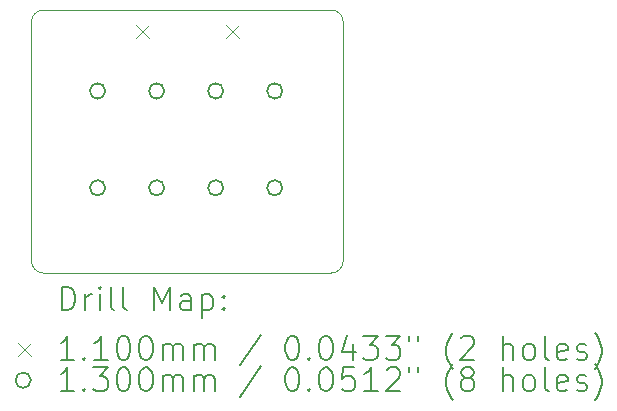
<source format=gbr>
%TF.GenerationSoftware,KiCad,Pcbnew,8.0.1*%
%TF.CreationDate,2024-03-24T02:17:48+01:00*%
%TF.ProjectId,bypass,62797061-7373-42e6-9b69-6361645f7063,rev?*%
%TF.SameCoordinates,Original*%
%TF.FileFunction,Drillmap*%
%TF.FilePolarity,Positive*%
%FSLAX45Y45*%
G04 Gerber Fmt 4.5, Leading zero omitted, Abs format (unit mm)*
G04 Created by KiCad (PCBNEW 8.0.1) date 2024-03-24 02:17:48*
%MOMM*%
%LPD*%
G01*
G04 APERTURE LIST*
%ADD10C,0.100000*%
%ADD11C,0.200000*%
%ADD12C,0.110000*%
%ADD13C,0.130000*%
G04 APERTURE END LIST*
D10*
X13630000Y-4225000D02*
G75*
G02*
X13530000Y-4125000I0J100000D01*
G01*
X13630000Y-2000000D02*
X16070000Y-2000000D01*
X16070000Y-4225000D02*
X13630000Y-4225000D01*
X13530000Y-2100000D02*
G75*
G02*
X13630000Y-2000000I100000J0D01*
G01*
X13530000Y-4125000D02*
X13530000Y-2100000D01*
X16170000Y-2100000D02*
X16170000Y-4125000D01*
X16170000Y-4125000D02*
G75*
G02*
X16070000Y-4225000I-100000J0D01*
G01*
X16070000Y-2000000D02*
G75*
G02*
X16170000Y-2100000I0J-100000D01*
G01*
D11*
D12*
X14414000Y-2130000D02*
X14524000Y-2240000D01*
X14524000Y-2130000D02*
X14414000Y-2240000D01*
X15176000Y-2130000D02*
X15286000Y-2240000D01*
X15286000Y-2130000D02*
X15176000Y-2240000D01*
D13*
X14155000Y-2685000D02*
G75*
G02*
X14025000Y-2685000I-65000J0D01*
G01*
X14025000Y-2685000D02*
G75*
G02*
X14155000Y-2685000I65000J0D01*
G01*
X14155000Y-3505000D02*
G75*
G02*
X14025000Y-3505000I-65000J0D01*
G01*
X14025000Y-3505000D02*
G75*
G02*
X14155000Y-3505000I65000J0D01*
G01*
X14655000Y-2685000D02*
G75*
G02*
X14525000Y-2685000I-65000J0D01*
G01*
X14525000Y-2685000D02*
G75*
G02*
X14655000Y-2685000I65000J0D01*
G01*
X14655000Y-3505000D02*
G75*
G02*
X14525000Y-3505000I-65000J0D01*
G01*
X14525000Y-3505000D02*
G75*
G02*
X14655000Y-3505000I65000J0D01*
G01*
X15155000Y-2685000D02*
G75*
G02*
X15025000Y-2685000I-65000J0D01*
G01*
X15025000Y-2685000D02*
G75*
G02*
X15155000Y-2685000I65000J0D01*
G01*
X15155000Y-3505000D02*
G75*
G02*
X15025000Y-3505000I-65000J0D01*
G01*
X15025000Y-3505000D02*
G75*
G02*
X15155000Y-3505000I65000J0D01*
G01*
X15655000Y-2685000D02*
G75*
G02*
X15525000Y-2685000I-65000J0D01*
G01*
X15525000Y-2685000D02*
G75*
G02*
X15655000Y-2685000I65000J0D01*
G01*
X15655000Y-3505000D02*
G75*
G02*
X15525000Y-3505000I-65000J0D01*
G01*
X15525000Y-3505000D02*
G75*
G02*
X15655000Y-3505000I65000J0D01*
G01*
D11*
X13785777Y-4541484D02*
X13785777Y-4341484D01*
X13785777Y-4341484D02*
X13833396Y-4341484D01*
X13833396Y-4341484D02*
X13861967Y-4351008D01*
X13861967Y-4351008D02*
X13881015Y-4370055D01*
X13881015Y-4370055D02*
X13890539Y-4389103D01*
X13890539Y-4389103D02*
X13900062Y-4427198D01*
X13900062Y-4427198D02*
X13900062Y-4455770D01*
X13900062Y-4455770D02*
X13890539Y-4493865D01*
X13890539Y-4493865D02*
X13881015Y-4512912D01*
X13881015Y-4512912D02*
X13861967Y-4531960D01*
X13861967Y-4531960D02*
X13833396Y-4541484D01*
X13833396Y-4541484D02*
X13785777Y-4541484D01*
X13985777Y-4541484D02*
X13985777Y-4408150D01*
X13985777Y-4446246D02*
X13995301Y-4427198D01*
X13995301Y-4427198D02*
X14004824Y-4417674D01*
X14004824Y-4417674D02*
X14023872Y-4408150D01*
X14023872Y-4408150D02*
X14042920Y-4408150D01*
X14109586Y-4541484D02*
X14109586Y-4408150D01*
X14109586Y-4341484D02*
X14100062Y-4351008D01*
X14100062Y-4351008D02*
X14109586Y-4360531D01*
X14109586Y-4360531D02*
X14119110Y-4351008D01*
X14119110Y-4351008D02*
X14109586Y-4341484D01*
X14109586Y-4341484D02*
X14109586Y-4360531D01*
X14233396Y-4541484D02*
X14214348Y-4531960D01*
X14214348Y-4531960D02*
X14204824Y-4512912D01*
X14204824Y-4512912D02*
X14204824Y-4341484D01*
X14338158Y-4541484D02*
X14319110Y-4531960D01*
X14319110Y-4531960D02*
X14309586Y-4512912D01*
X14309586Y-4512912D02*
X14309586Y-4341484D01*
X14566729Y-4541484D02*
X14566729Y-4341484D01*
X14566729Y-4341484D02*
X14633396Y-4484341D01*
X14633396Y-4484341D02*
X14700062Y-4341484D01*
X14700062Y-4341484D02*
X14700062Y-4541484D01*
X14881015Y-4541484D02*
X14881015Y-4436722D01*
X14881015Y-4436722D02*
X14871491Y-4417674D01*
X14871491Y-4417674D02*
X14852443Y-4408150D01*
X14852443Y-4408150D02*
X14814348Y-4408150D01*
X14814348Y-4408150D02*
X14795301Y-4417674D01*
X14881015Y-4531960D02*
X14861967Y-4541484D01*
X14861967Y-4541484D02*
X14814348Y-4541484D01*
X14814348Y-4541484D02*
X14795301Y-4531960D01*
X14795301Y-4531960D02*
X14785777Y-4512912D01*
X14785777Y-4512912D02*
X14785777Y-4493865D01*
X14785777Y-4493865D02*
X14795301Y-4474817D01*
X14795301Y-4474817D02*
X14814348Y-4465293D01*
X14814348Y-4465293D02*
X14861967Y-4465293D01*
X14861967Y-4465293D02*
X14881015Y-4455770D01*
X14976253Y-4408150D02*
X14976253Y-4608150D01*
X14976253Y-4417674D02*
X14995301Y-4408150D01*
X14995301Y-4408150D02*
X15033396Y-4408150D01*
X15033396Y-4408150D02*
X15052443Y-4417674D01*
X15052443Y-4417674D02*
X15061967Y-4427198D01*
X15061967Y-4427198D02*
X15071491Y-4446246D01*
X15071491Y-4446246D02*
X15071491Y-4503389D01*
X15071491Y-4503389D02*
X15061967Y-4522436D01*
X15061967Y-4522436D02*
X15052443Y-4531960D01*
X15052443Y-4531960D02*
X15033396Y-4541484D01*
X15033396Y-4541484D02*
X14995301Y-4541484D01*
X14995301Y-4541484D02*
X14976253Y-4531960D01*
X15157205Y-4522436D02*
X15166729Y-4531960D01*
X15166729Y-4531960D02*
X15157205Y-4541484D01*
X15157205Y-4541484D02*
X15147682Y-4531960D01*
X15147682Y-4531960D02*
X15157205Y-4522436D01*
X15157205Y-4522436D02*
X15157205Y-4541484D01*
X15157205Y-4417674D02*
X15166729Y-4427198D01*
X15166729Y-4427198D02*
X15157205Y-4436722D01*
X15157205Y-4436722D02*
X15147682Y-4427198D01*
X15147682Y-4427198D02*
X15157205Y-4417674D01*
X15157205Y-4417674D02*
X15157205Y-4436722D01*
D12*
X13415000Y-4815000D02*
X13525000Y-4925000D01*
X13525000Y-4815000D02*
X13415000Y-4925000D01*
D11*
X13890539Y-4961484D02*
X13776253Y-4961484D01*
X13833396Y-4961484D02*
X13833396Y-4761484D01*
X13833396Y-4761484D02*
X13814348Y-4790055D01*
X13814348Y-4790055D02*
X13795301Y-4809103D01*
X13795301Y-4809103D02*
X13776253Y-4818627D01*
X13976253Y-4942436D02*
X13985777Y-4951960D01*
X13985777Y-4951960D02*
X13976253Y-4961484D01*
X13976253Y-4961484D02*
X13966729Y-4951960D01*
X13966729Y-4951960D02*
X13976253Y-4942436D01*
X13976253Y-4942436D02*
X13976253Y-4961484D01*
X14176253Y-4961484D02*
X14061967Y-4961484D01*
X14119110Y-4961484D02*
X14119110Y-4761484D01*
X14119110Y-4761484D02*
X14100062Y-4790055D01*
X14100062Y-4790055D02*
X14081015Y-4809103D01*
X14081015Y-4809103D02*
X14061967Y-4818627D01*
X14300062Y-4761484D02*
X14319110Y-4761484D01*
X14319110Y-4761484D02*
X14338158Y-4771008D01*
X14338158Y-4771008D02*
X14347682Y-4780531D01*
X14347682Y-4780531D02*
X14357205Y-4799579D01*
X14357205Y-4799579D02*
X14366729Y-4837674D01*
X14366729Y-4837674D02*
X14366729Y-4885293D01*
X14366729Y-4885293D02*
X14357205Y-4923389D01*
X14357205Y-4923389D02*
X14347682Y-4942436D01*
X14347682Y-4942436D02*
X14338158Y-4951960D01*
X14338158Y-4951960D02*
X14319110Y-4961484D01*
X14319110Y-4961484D02*
X14300062Y-4961484D01*
X14300062Y-4961484D02*
X14281015Y-4951960D01*
X14281015Y-4951960D02*
X14271491Y-4942436D01*
X14271491Y-4942436D02*
X14261967Y-4923389D01*
X14261967Y-4923389D02*
X14252443Y-4885293D01*
X14252443Y-4885293D02*
X14252443Y-4837674D01*
X14252443Y-4837674D02*
X14261967Y-4799579D01*
X14261967Y-4799579D02*
X14271491Y-4780531D01*
X14271491Y-4780531D02*
X14281015Y-4771008D01*
X14281015Y-4771008D02*
X14300062Y-4761484D01*
X14490539Y-4761484D02*
X14509586Y-4761484D01*
X14509586Y-4761484D02*
X14528634Y-4771008D01*
X14528634Y-4771008D02*
X14538158Y-4780531D01*
X14538158Y-4780531D02*
X14547682Y-4799579D01*
X14547682Y-4799579D02*
X14557205Y-4837674D01*
X14557205Y-4837674D02*
X14557205Y-4885293D01*
X14557205Y-4885293D02*
X14547682Y-4923389D01*
X14547682Y-4923389D02*
X14538158Y-4942436D01*
X14538158Y-4942436D02*
X14528634Y-4951960D01*
X14528634Y-4951960D02*
X14509586Y-4961484D01*
X14509586Y-4961484D02*
X14490539Y-4961484D01*
X14490539Y-4961484D02*
X14471491Y-4951960D01*
X14471491Y-4951960D02*
X14461967Y-4942436D01*
X14461967Y-4942436D02*
X14452443Y-4923389D01*
X14452443Y-4923389D02*
X14442920Y-4885293D01*
X14442920Y-4885293D02*
X14442920Y-4837674D01*
X14442920Y-4837674D02*
X14452443Y-4799579D01*
X14452443Y-4799579D02*
X14461967Y-4780531D01*
X14461967Y-4780531D02*
X14471491Y-4771008D01*
X14471491Y-4771008D02*
X14490539Y-4761484D01*
X14642920Y-4961484D02*
X14642920Y-4828150D01*
X14642920Y-4847198D02*
X14652443Y-4837674D01*
X14652443Y-4837674D02*
X14671491Y-4828150D01*
X14671491Y-4828150D02*
X14700063Y-4828150D01*
X14700063Y-4828150D02*
X14719110Y-4837674D01*
X14719110Y-4837674D02*
X14728634Y-4856722D01*
X14728634Y-4856722D02*
X14728634Y-4961484D01*
X14728634Y-4856722D02*
X14738158Y-4837674D01*
X14738158Y-4837674D02*
X14757205Y-4828150D01*
X14757205Y-4828150D02*
X14785777Y-4828150D01*
X14785777Y-4828150D02*
X14804824Y-4837674D01*
X14804824Y-4837674D02*
X14814348Y-4856722D01*
X14814348Y-4856722D02*
X14814348Y-4961484D01*
X14909586Y-4961484D02*
X14909586Y-4828150D01*
X14909586Y-4847198D02*
X14919110Y-4837674D01*
X14919110Y-4837674D02*
X14938158Y-4828150D01*
X14938158Y-4828150D02*
X14966729Y-4828150D01*
X14966729Y-4828150D02*
X14985777Y-4837674D01*
X14985777Y-4837674D02*
X14995301Y-4856722D01*
X14995301Y-4856722D02*
X14995301Y-4961484D01*
X14995301Y-4856722D02*
X15004824Y-4837674D01*
X15004824Y-4837674D02*
X15023872Y-4828150D01*
X15023872Y-4828150D02*
X15052443Y-4828150D01*
X15052443Y-4828150D02*
X15071491Y-4837674D01*
X15071491Y-4837674D02*
X15081015Y-4856722D01*
X15081015Y-4856722D02*
X15081015Y-4961484D01*
X15471491Y-4751960D02*
X15300063Y-5009103D01*
X15728634Y-4761484D02*
X15747682Y-4761484D01*
X15747682Y-4761484D02*
X15766729Y-4771008D01*
X15766729Y-4771008D02*
X15776253Y-4780531D01*
X15776253Y-4780531D02*
X15785777Y-4799579D01*
X15785777Y-4799579D02*
X15795301Y-4837674D01*
X15795301Y-4837674D02*
X15795301Y-4885293D01*
X15795301Y-4885293D02*
X15785777Y-4923389D01*
X15785777Y-4923389D02*
X15776253Y-4942436D01*
X15776253Y-4942436D02*
X15766729Y-4951960D01*
X15766729Y-4951960D02*
X15747682Y-4961484D01*
X15747682Y-4961484D02*
X15728634Y-4961484D01*
X15728634Y-4961484D02*
X15709586Y-4951960D01*
X15709586Y-4951960D02*
X15700063Y-4942436D01*
X15700063Y-4942436D02*
X15690539Y-4923389D01*
X15690539Y-4923389D02*
X15681015Y-4885293D01*
X15681015Y-4885293D02*
X15681015Y-4837674D01*
X15681015Y-4837674D02*
X15690539Y-4799579D01*
X15690539Y-4799579D02*
X15700063Y-4780531D01*
X15700063Y-4780531D02*
X15709586Y-4771008D01*
X15709586Y-4771008D02*
X15728634Y-4761484D01*
X15881015Y-4942436D02*
X15890539Y-4951960D01*
X15890539Y-4951960D02*
X15881015Y-4961484D01*
X15881015Y-4961484D02*
X15871491Y-4951960D01*
X15871491Y-4951960D02*
X15881015Y-4942436D01*
X15881015Y-4942436D02*
X15881015Y-4961484D01*
X16014348Y-4761484D02*
X16033396Y-4761484D01*
X16033396Y-4761484D02*
X16052444Y-4771008D01*
X16052444Y-4771008D02*
X16061967Y-4780531D01*
X16061967Y-4780531D02*
X16071491Y-4799579D01*
X16071491Y-4799579D02*
X16081015Y-4837674D01*
X16081015Y-4837674D02*
X16081015Y-4885293D01*
X16081015Y-4885293D02*
X16071491Y-4923389D01*
X16071491Y-4923389D02*
X16061967Y-4942436D01*
X16061967Y-4942436D02*
X16052444Y-4951960D01*
X16052444Y-4951960D02*
X16033396Y-4961484D01*
X16033396Y-4961484D02*
X16014348Y-4961484D01*
X16014348Y-4961484D02*
X15995301Y-4951960D01*
X15995301Y-4951960D02*
X15985777Y-4942436D01*
X15985777Y-4942436D02*
X15976253Y-4923389D01*
X15976253Y-4923389D02*
X15966729Y-4885293D01*
X15966729Y-4885293D02*
X15966729Y-4837674D01*
X15966729Y-4837674D02*
X15976253Y-4799579D01*
X15976253Y-4799579D02*
X15985777Y-4780531D01*
X15985777Y-4780531D02*
X15995301Y-4771008D01*
X15995301Y-4771008D02*
X16014348Y-4761484D01*
X16252444Y-4828150D02*
X16252444Y-4961484D01*
X16204825Y-4751960D02*
X16157206Y-4894817D01*
X16157206Y-4894817D02*
X16281015Y-4894817D01*
X16338158Y-4761484D02*
X16461967Y-4761484D01*
X16461967Y-4761484D02*
X16395301Y-4837674D01*
X16395301Y-4837674D02*
X16423872Y-4837674D01*
X16423872Y-4837674D02*
X16442920Y-4847198D01*
X16442920Y-4847198D02*
X16452444Y-4856722D01*
X16452444Y-4856722D02*
X16461967Y-4875770D01*
X16461967Y-4875770D02*
X16461967Y-4923389D01*
X16461967Y-4923389D02*
X16452444Y-4942436D01*
X16452444Y-4942436D02*
X16442920Y-4951960D01*
X16442920Y-4951960D02*
X16423872Y-4961484D01*
X16423872Y-4961484D02*
X16366729Y-4961484D01*
X16366729Y-4961484D02*
X16347682Y-4951960D01*
X16347682Y-4951960D02*
X16338158Y-4942436D01*
X16528634Y-4761484D02*
X16652444Y-4761484D01*
X16652444Y-4761484D02*
X16585777Y-4837674D01*
X16585777Y-4837674D02*
X16614348Y-4837674D01*
X16614348Y-4837674D02*
X16633396Y-4847198D01*
X16633396Y-4847198D02*
X16642920Y-4856722D01*
X16642920Y-4856722D02*
X16652444Y-4875770D01*
X16652444Y-4875770D02*
X16652444Y-4923389D01*
X16652444Y-4923389D02*
X16642920Y-4942436D01*
X16642920Y-4942436D02*
X16633396Y-4951960D01*
X16633396Y-4951960D02*
X16614348Y-4961484D01*
X16614348Y-4961484D02*
X16557206Y-4961484D01*
X16557206Y-4961484D02*
X16538158Y-4951960D01*
X16538158Y-4951960D02*
X16528634Y-4942436D01*
X16728634Y-4761484D02*
X16728634Y-4799579D01*
X16804825Y-4761484D02*
X16804825Y-4799579D01*
X17100063Y-5037674D02*
X17090539Y-5028150D01*
X17090539Y-5028150D02*
X17071491Y-4999579D01*
X17071491Y-4999579D02*
X17061968Y-4980531D01*
X17061968Y-4980531D02*
X17052444Y-4951960D01*
X17052444Y-4951960D02*
X17042920Y-4904341D01*
X17042920Y-4904341D02*
X17042920Y-4866246D01*
X17042920Y-4866246D02*
X17052444Y-4818627D01*
X17052444Y-4818627D02*
X17061968Y-4790055D01*
X17061968Y-4790055D02*
X17071491Y-4771008D01*
X17071491Y-4771008D02*
X17090539Y-4742436D01*
X17090539Y-4742436D02*
X17100063Y-4732912D01*
X17166730Y-4780531D02*
X17176253Y-4771008D01*
X17176253Y-4771008D02*
X17195301Y-4761484D01*
X17195301Y-4761484D02*
X17242920Y-4761484D01*
X17242920Y-4761484D02*
X17261968Y-4771008D01*
X17261968Y-4771008D02*
X17271491Y-4780531D01*
X17271491Y-4780531D02*
X17281015Y-4799579D01*
X17281015Y-4799579D02*
X17281015Y-4818627D01*
X17281015Y-4818627D02*
X17271491Y-4847198D01*
X17271491Y-4847198D02*
X17157206Y-4961484D01*
X17157206Y-4961484D02*
X17281015Y-4961484D01*
X17519111Y-4961484D02*
X17519111Y-4761484D01*
X17604825Y-4961484D02*
X17604825Y-4856722D01*
X17604825Y-4856722D02*
X17595301Y-4837674D01*
X17595301Y-4837674D02*
X17576253Y-4828150D01*
X17576253Y-4828150D02*
X17547682Y-4828150D01*
X17547682Y-4828150D02*
X17528634Y-4837674D01*
X17528634Y-4837674D02*
X17519111Y-4847198D01*
X17728634Y-4961484D02*
X17709587Y-4951960D01*
X17709587Y-4951960D02*
X17700063Y-4942436D01*
X17700063Y-4942436D02*
X17690539Y-4923389D01*
X17690539Y-4923389D02*
X17690539Y-4866246D01*
X17690539Y-4866246D02*
X17700063Y-4847198D01*
X17700063Y-4847198D02*
X17709587Y-4837674D01*
X17709587Y-4837674D02*
X17728634Y-4828150D01*
X17728634Y-4828150D02*
X17757206Y-4828150D01*
X17757206Y-4828150D02*
X17776253Y-4837674D01*
X17776253Y-4837674D02*
X17785777Y-4847198D01*
X17785777Y-4847198D02*
X17795301Y-4866246D01*
X17795301Y-4866246D02*
X17795301Y-4923389D01*
X17795301Y-4923389D02*
X17785777Y-4942436D01*
X17785777Y-4942436D02*
X17776253Y-4951960D01*
X17776253Y-4951960D02*
X17757206Y-4961484D01*
X17757206Y-4961484D02*
X17728634Y-4961484D01*
X17909587Y-4961484D02*
X17890539Y-4951960D01*
X17890539Y-4951960D02*
X17881015Y-4932912D01*
X17881015Y-4932912D02*
X17881015Y-4761484D01*
X18061968Y-4951960D02*
X18042920Y-4961484D01*
X18042920Y-4961484D02*
X18004825Y-4961484D01*
X18004825Y-4961484D02*
X17985777Y-4951960D01*
X17985777Y-4951960D02*
X17976253Y-4932912D01*
X17976253Y-4932912D02*
X17976253Y-4856722D01*
X17976253Y-4856722D02*
X17985777Y-4837674D01*
X17985777Y-4837674D02*
X18004825Y-4828150D01*
X18004825Y-4828150D02*
X18042920Y-4828150D01*
X18042920Y-4828150D02*
X18061968Y-4837674D01*
X18061968Y-4837674D02*
X18071492Y-4856722D01*
X18071492Y-4856722D02*
X18071492Y-4875770D01*
X18071492Y-4875770D02*
X17976253Y-4894817D01*
X18147682Y-4951960D02*
X18166730Y-4961484D01*
X18166730Y-4961484D02*
X18204825Y-4961484D01*
X18204825Y-4961484D02*
X18223873Y-4951960D01*
X18223873Y-4951960D02*
X18233396Y-4932912D01*
X18233396Y-4932912D02*
X18233396Y-4923389D01*
X18233396Y-4923389D02*
X18223873Y-4904341D01*
X18223873Y-4904341D02*
X18204825Y-4894817D01*
X18204825Y-4894817D02*
X18176253Y-4894817D01*
X18176253Y-4894817D02*
X18157206Y-4885293D01*
X18157206Y-4885293D02*
X18147682Y-4866246D01*
X18147682Y-4866246D02*
X18147682Y-4856722D01*
X18147682Y-4856722D02*
X18157206Y-4837674D01*
X18157206Y-4837674D02*
X18176253Y-4828150D01*
X18176253Y-4828150D02*
X18204825Y-4828150D01*
X18204825Y-4828150D02*
X18223873Y-4837674D01*
X18300063Y-5037674D02*
X18309587Y-5028150D01*
X18309587Y-5028150D02*
X18328634Y-4999579D01*
X18328634Y-4999579D02*
X18338158Y-4980531D01*
X18338158Y-4980531D02*
X18347682Y-4951960D01*
X18347682Y-4951960D02*
X18357206Y-4904341D01*
X18357206Y-4904341D02*
X18357206Y-4866246D01*
X18357206Y-4866246D02*
X18347682Y-4818627D01*
X18347682Y-4818627D02*
X18338158Y-4790055D01*
X18338158Y-4790055D02*
X18328634Y-4771008D01*
X18328634Y-4771008D02*
X18309587Y-4742436D01*
X18309587Y-4742436D02*
X18300063Y-4732912D01*
D13*
X13525000Y-5134000D02*
G75*
G02*
X13395000Y-5134000I-65000J0D01*
G01*
X13395000Y-5134000D02*
G75*
G02*
X13525000Y-5134000I65000J0D01*
G01*
D11*
X13890539Y-5225484D02*
X13776253Y-5225484D01*
X13833396Y-5225484D02*
X13833396Y-5025484D01*
X13833396Y-5025484D02*
X13814348Y-5054055D01*
X13814348Y-5054055D02*
X13795301Y-5073103D01*
X13795301Y-5073103D02*
X13776253Y-5082627D01*
X13976253Y-5206436D02*
X13985777Y-5215960D01*
X13985777Y-5215960D02*
X13976253Y-5225484D01*
X13976253Y-5225484D02*
X13966729Y-5215960D01*
X13966729Y-5215960D02*
X13976253Y-5206436D01*
X13976253Y-5206436D02*
X13976253Y-5225484D01*
X14052443Y-5025484D02*
X14176253Y-5025484D01*
X14176253Y-5025484D02*
X14109586Y-5101674D01*
X14109586Y-5101674D02*
X14138158Y-5101674D01*
X14138158Y-5101674D02*
X14157205Y-5111198D01*
X14157205Y-5111198D02*
X14166729Y-5120722D01*
X14166729Y-5120722D02*
X14176253Y-5139770D01*
X14176253Y-5139770D02*
X14176253Y-5187389D01*
X14176253Y-5187389D02*
X14166729Y-5206436D01*
X14166729Y-5206436D02*
X14157205Y-5215960D01*
X14157205Y-5215960D02*
X14138158Y-5225484D01*
X14138158Y-5225484D02*
X14081015Y-5225484D01*
X14081015Y-5225484D02*
X14061967Y-5215960D01*
X14061967Y-5215960D02*
X14052443Y-5206436D01*
X14300062Y-5025484D02*
X14319110Y-5025484D01*
X14319110Y-5025484D02*
X14338158Y-5035008D01*
X14338158Y-5035008D02*
X14347682Y-5044531D01*
X14347682Y-5044531D02*
X14357205Y-5063579D01*
X14357205Y-5063579D02*
X14366729Y-5101674D01*
X14366729Y-5101674D02*
X14366729Y-5149293D01*
X14366729Y-5149293D02*
X14357205Y-5187389D01*
X14357205Y-5187389D02*
X14347682Y-5206436D01*
X14347682Y-5206436D02*
X14338158Y-5215960D01*
X14338158Y-5215960D02*
X14319110Y-5225484D01*
X14319110Y-5225484D02*
X14300062Y-5225484D01*
X14300062Y-5225484D02*
X14281015Y-5215960D01*
X14281015Y-5215960D02*
X14271491Y-5206436D01*
X14271491Y-5206436D02*
X14261967Y-5187389D01*
X14261967Y-5187389D02*
X14252443Y-5149293D01*
X14252443Y-5149293D02*
X14252443Y-5101674D01*
X14252443Y-5101674D02*
X14261967Y-5063579D01*
X14261967Y-5063579D02*
X14271491Y-5044531D01*
X14271491Y-5044531D02*
X14281015Y-5035008D01*
X14281015Y-5035008D02*
X14300062Y-5025484D01*
X14490539Y-5025484D02*
X14509586Y-5025484D01*
X14509586Y-5025484D02*
X14528634Y-5035008D01*
X14528634Y-5035008D02*
X14538158Y-5044531D01*
X14538158Y-5044531D02*
X14547682Y-5063579D01*
X14547682Y-5063579D02*
X14557205Y-5101674D01*
X14557205Y-5101674D02*
X14557205Y-5149293D01*
X14557205Y-5149293D02*
X14547682Y-5187389D01*
X14547682Y-5187389D02*
X14538158Y-5206436D01*
X14538158Y-5206436D02*
X14528634Y-5215960D01*
X14528634Y-5215960D02*
X14509586Y-5225484D01*
X14509586Y-5225484D02*
X14490539Y-5225484D01*
X14490539Y-5225484D02*
X14471491Y-5215960D01*
X14471491Y-5215960D02*
X14461967Y-5206436D01*
X14461967Y-5206436D02*
X14452443Y-5187389D01*
X14452443Y-5187389D02*
X14442920Y-5149293D01*
X14442920Y-5149293D02*
X14442920Y-5101674D01*
X14442920Y-5101674D02*
X14452443Y-5063579D01*
X14452443Y-5063579D02*
X14461967Y-5044531D01*
X14461967Y-5044531D02*
X14471491Y-5035008D01*
X14471491Y-5035008D02*
X14490539Y-5025484D01*
X14642920Y-5225484D02*
X14642920Y-5092150D01*
X14642920Y-5111198D02*
X14652443Y-5101674D01*
X14652443Y-5101674D02*
X14671491Y-5092150D01*
X14671491Y-5092150D02*
X14700063Y-5092150D01*
X14700063Y-5092150D02*
X14719110Y-5101674D01*
X14719110Y-5101674D02*
X14728634Y-5120722D01*
X14728634Y-5120722D02*
X14728634Y-5225484D01*
X14728634Y-5120722D02*
X14738158Y-5101674D01*
X14738158Y-5101674D02*
X14757205Y-5092150D01*
X14757205Y-5092150D02*
X14785777Y-5092150D01*
X14785777Y-5092150D02*
X14804824Y-5101674D01*
X14804824Y-5101674D02*
X14814348Y-5120722D01*
X14814348Y-5120722D02*
X14814348Y-5225484D01*
X14909586Y-5225484D02*
X14909586Y-5092150D01*
X14909586Y-5111198D02*
X14919110Y-5101674D01*
X14919110Y-5101674D02*
X14938158Y-5092150D01*
X14938158Y-5092150D02*
X14966729Y-5092150D01*
X14966729Y-5092150D02*
X14985777Y-5101674D01*
X14985777Y-5101674D02*
X14995301Y-5120722D01*
X14995301Y-5120722D02*
X14995301Y-5225484D01*
X14995301Y-5120722D02*
X15004824Y-5101674D01*
X15004824Y-5101674D02*
X15023872Y-5092150D01*
X15023872Y-5092150D02*
X15052443Y-5092150D01*
X15052443Y-5092150D02*
X15071491Y-5101674D01*
X15071491Y-5101674D02*
X15081015Y-5120722D01*
X15081015Y-5120722D02*
X15081015Y-5225484D01*
X15471491Y-5015960D02*
X15300063Y-5273103D01*
X15728634Y-5025484D02*
X15747682Y-5025484D01*
X15747682Y-5025484D02*
X15766729Y-5035008D01*
X15766729Y-5035008D02*
X15776253Y-5044531D01*
X15776253Y-5044531D02*
X15785777Y-5063579D01*
X15785777Y-5063579D02*
X15795301Y-5101674D01*
X15795301Y-5101674D02*
X15795301Y-5149293D01*
X15795301Y-5149293D02*
X15785777Y-5187389D01*
X15785777Y-5187389D02*
X15776253Y-5206436D01*
X15776253Y-5206436D02*
X15766729Y-5215960D01*
X15766729Y-5215960D02*
X15747682Y-5225484D01*
X15747682Y-5225484D02*
X15728634Y-5225484D01*
X15728634Y-5225484D02*
X15709586Y-5215960D01*
X15709586Y-5215960D02*
X15700063Y-5206436D01*
X15700063Y-5206436D02*
X15690539Y-5187389D01*
X15690539Y-5187389D02*
X15681015Y-5149293D01*
X15681015Y-5149293D02*
X15681015Y-5101674D01*
X15681015Y-5101674D02*
X15690539Y-5063579D01*
X15690539Y-5063579D02*
X15700063Y-5044531D01*
X15700063Y-5044531D02*
X15709586Y-5035008D01*
X15709586Y-5035008D02*
X15728634Y-5025484D01*
X15881015Y-5206436D02*
X15890539Y-5215960D01*
X15890539Y-5215960D02*
X15881015Y-5225484D01*
X15881015Y-5225484D02*
X15871491Y-5215960D01*
X15871491Y-5215960D02*
X15881015Y-5206436D01*
X15881015Y-5206436D02*
X15881015Y-5225484D01*
X16014348Y-5025484D02*
X16033396Y-5025484D01*
X16033396Y-5025484D02*
X16052444Y-5035008D01*
X16052444Y-5035008D02*
X16061967Y-5044531D01*
X16061967Y-5044531D02*
X16071491Y-5063579D01*
X16071491Y-5063579D02*
X16081015Y-5101674D01*
X16081015Y-5101674D02*
X16081015Y-5149293D01*
X16081015Y-5149293D02*
X16071491Y-5187389D01*
X16071491Y-5187389D02*
X16061967Y-5206436D01*
X16061967Y-5206436D02*
X16052444Y-5215960D01*
X16052444Y-5215960D02*
X16033396Y-5225484D01*
X16033396Y-5225484D02*
X16014348Y-5225484D01*
X16014348Y-5225484D02*
X15995301Y-5215960D01*
X15995301Y-5215960D02*
X15985777Y-5206436D01*
X15985777Y-5206436D02*
X15976253Y-5187389D01*
X15976253Y-5187389D02*
X15966729Y-5149293D01*
X15966729Y-5149293D02*
X15966729Y-5101674D01*
X15966729Y-5101674D02*
X15976253Y-5063579D01*
X15976253Y-5063579D02*
X15985777Y-5044531D01*
X15985777Y-5044531D02*
X15995301Y-5035008D01*
X15995301Y-5035008D02*
X16014348Y-5025484D01*
X16261967Y-5025484D02*
X16166729Y-5025484D01*
X16166729Y-5025484D02*
X16157206Y-5120722D01*
X16157206Y-5120722D02*
X16166729Y-5111198D01*
X16166729Y-5111198D02*
X16185777Y-5101674D01*
X16185777Y-5101674D02*
X16233396Y-5101674D01*
X16233396Y-5101674D02*
X16252444Y-5111198D01*
X16252444Y-5111198D02*
X16261967Y-5120722D01*
X16261967Y-5120722D02*
X16271491Y-5139770D01*
X16271491Y-5139770D02*
X16271491Y-5187389D01*
X16271491Y-5187389D02*
X16261967Y-5206436D01*
X16261967Y-5206436D02*
X16252444Y-5215960D01*
X16252444Y-5215960D02*
X16233396Y-5225484D01*
X16233396Y-5225484D02*
X16185777Y-5225484D01*
X16185777Y-5225484D02*
X16166729Y-5215960D01*
X16166729Y-5215960D02*
X16157206Y-5206436D01*
X16461967Y-5225484D02*
X16347682Y-5225484D01*
X16404825Y-5225484D02*
X16404825Y-5025484D01*
X16404825Y-5025484D02*
X16385777Y-5054055D01*
X16385777Y-5054055D02*
X16366729Y-5073103D01*
X16366729Y-5073103D02*
X16347682Y-5082627D01*
X16538158Y-5044531D02*
X16547682Y-5035008D01*
X16547682Y-5035008D02*
X16566729Y-5025484D01*
X16566729Y-5025484D02*
X16614348Y-5025484D01*
X16614348Y-5025484D02*
X16633396Y-5035008D01*
X16633396Y-5035008D02*
X16642920Y-5044531D01*
X16642920Y-5044531D02*
X16652444Y-5063579D01*
X16652444Y-5063579D02*
X16652444Y-5082627D01*
X16652444Y-5082627D02*
X16642920Y-5111198D01*
X16642920Y-5111198D02*
X16528634Y-5225484D01*
X16528634Y-5225484D02*
X16652444Y-5225484D01*
X16728634Y-5025484D02*
X16728634Y-5063579D01*
X16804825Y-5025484D02*
X16804825Y-5063579D01*
X17100063Y-5301674D02*
X17090539Y-5292150D01*
X17090539Y-5292150D02*
X17071491Y-5263579D01*
X17071491Y-5263579D02*
X17061968Y-5244531D01*
X17061968Y-5244531D02*
X17052444Y-5215960D01*
X17052444Y-5215960D02*
X17042920Y-5168341D01*
X17042920Y-5168341D02*
X17042920Y-5130246D01*
X17042920Y-5130246D02*
X17052444Y-5082627D01*
X17052444Y-5082627D02*
X17061968Y-5054055D01*
X17061968Y-5054055D02*
X17071491Y-5035008D01*
X17071491Y-5035008D02*
X17090539Y-5006436D01*
X17090539Y-5006436D02*
X17100063Y-4996912D01*
X17204825Y-5111198D02*
X17185777Y-5101674D01*
X17185777Y-5101674D02*
X17176253Y-5092150D01*
X17176253Y-5092150D02*
X17166730Y-5073103D01*
X17166730Y-5073103D02*
X17166730Y-5063579D01*
X17166730Y-5063579D02*
X17176253Y-5044531D01*
X17176253Y-5044531D02*
X17185777Y-5035008D01*
X17185777Y-5035008D02*
X17204825Y-5025484D01*
X17204825Y-5025484D02*
X17242920Y-5025484D01*
X17242920Y-5025484D02*
X17261968Y-5035008D01*
X17261968Y-5035008D02*
X17271491Y-5044531D01*
X17271491Y-5044531D02*
X17281015Y-5063579D01*
X17281015Y-5063579D02*
X17281015Y-5073103D01*
X17281015Y-5073103D02*
X17271491Y-5092150D01*
X17271491Y-5092150D02*
X17261968Y-5101674D01*
X17261968Y-5101674D02*
X17242920Y-5111198D01*
X17242920Y-5111198D02*
X17204825Y-5111198D01*
X17204825Y-5111198D02*
X17185777Y-5120722D01*
X17185777Y-5120722D02*
X17176253Y-5130246D01*
X17176253Y-5130246D02*
X17166730Y-5149293D01*
X17166730Y-5149293D02*
X17166730Y-5187389D01*
X17166730Y-5187389D02*
X17176253Y-5206436D01*
X17176253Y-5206436D02*
X17185777Y-5215960D01*
X17185777Y-5215960D02*
X17204825Y-5225484D01*
X17204825Y-5225484D02*
X17242920Y-5225484D01*
X17242920Y-5225484D02*
X17261968Y-5215960D01*
X17261968Y-5215960D02*
X17271491Y-5206436D01*
X17271491Y-5206436D02*
X17281015Y-5187389D01*
X17281015Y-5187389D02*
X17281015Y-5149293D01*
X17281015Y-5149293D02*
X17271491Y-5130246D01*
X17271491Y-5130246D02*
X17261968Y-5120722D01*
X17261968Y-5120722D02*
X17242920Y-5111198D01*
X17519111Y-5225484D02*
X17519111Y-5025484D01*
X17604825Y-5225484D02*
X17604825Y-5120722D01*
X17604825Y-5120722D02*
X17595301Y-5101674D01*
X17595301Y-5101674D02*
X17576253Y-5092150D01*
X17576253Y-5092150D02*
X17547682Y-5092150D01*
X17547682Y-5092150D02*
X17528634Y-5101674D01*
X17528634Y-5101674D02*
X17519111Y-5111198D01*
X17728634Y-5225484D02*
X17709587Y-5215960D01*
X17709587Y-5215960D02*
X17700063Y-5206436D01*
X17700063Y-5206436D02*
X17690539Y-5187389D01*
X17690539Y-5187389D02*
X17690539Y-5130246D01*
X17690539Y-5130246D02*
X17700063Y-5111198D01*
X17700063Y-5111198D02*
X17709587Y-5101674D01*
X17709587Y-5101674D02*
X17728634Y-5092150D01*
X17728634Y-5092150D02*
X17757206Y-5092150D01*
X17757206Y-5092150D02*
X17776253Y-5101674D01*
X17776253Y-5101674D02*
X17785777Y-5111198D01*
X17785777Y-5111198D02*
X17795301Y-5130246D01*
X17795301Y-5130246D02*
X17795301Y-5187389D01*
X17795301Y-5187389D02*
X17785777Y-5206436D01*
X17785777Y-5206436D02*
X17776253Y-5215960D01*
X17776253Y-5215960D02*
X17757206Y-5225484D01*
X17757206Y-5225484D02*
X17728634Y-5225484D01*
X17909587Y-5225484D02*
X17890539Y-5215960D01*
X17890539Y-5215960D02*
X17881015Y-5196912D01*
X17881015Y-5196912D02*
X17881015Y-5025484D01*
X18061968Y-5215960D02*
X18042920Y-5225484D01*
X18042920Y-5225484D02*
X18004825Y-5225484D01*
X18004825Y-5225484D02*
X17985777Y-5215960D01*
X17985777Y-5215960D02*
X17976253Y-5196912D01*
X17976253Y-5196912D02*
X17976253Y-5120722D01*
X17976253Y-5120722D02*
X17985777Y-5101674D01*
X17985777Y-5101674D02*
X18004825Y-5092150D01*
X18004825Y-5092150D02*
X18042920Y-5092150D01*
X18042920Y-5092150D02*
X18061968Y-5101674D01*
X18061968Y-5101674D02*
X18071492Y-5120722D01*
X18071492Y-5120722D02*
X18071492Y-5139770D01*
X18071492Y-5139770D02*
X17976253Y-5158817D01*
X18147682Y-5215960D02*
X18166730Y-5225484D01*
X18166730Y-5225484D02*
X18204825Y-5225484D01*
X18204825Y-5225484D02*
X18223873Y-5215960D01*
X18223873Y-5215960D02*
X18233396Y-5196912D01*
X18233396Y-5196912D02*
X18233396Y-5187389D01*
X18233396Y-5187389D02*
X18223873Y-5168341D01*
X18223873Y-5168341D02*
X18204825Y-5158817D01*
X18204825Y-5158817D02*
X18176253Y-5158817D01*
X18176253Y-5158817D02*
X18157206Y-5149293D01*
X18157206Y-5149293D02*
X18147682Y-5130246D01*
X18147682Y-5130246D02*
X18147682Y-5120722D01*
X18147682Y-5120722D02*
X18157206Y-5101674D01*
X18157206Y-5101674D02*
X18176253Y-5092150D01*
X18176253Y-5092150D02*
X18204825Y-5092150D01*
X18204825Y-5092150D02*
X18223873Y-5101674D01*
X18300063Y-5301674D02*
X18309587Y-5292150D01*
X18309587Y-5292150D02*
X18328634Y-5263579D01*
X18328634Y-5263579D02*
X18338158Y-5244531D01*
X18338158Y-5244531D02*
X18347682Y-5215960D01*
X18347682Y-5215960D02*
X18357206Y-5168341D01*
X18357206Y-5168341D02*
X18357206Y-5130246D01*
X18357206Y-5130246D02*
X18347682Y-5082627D01*
X18347682Y-5082627D02*
X18338158Y-5054055D01*
X18338158Y-5054055D02*
X18328634Y-5035008D01*
X18328634Y-5035008D02*
X18309587Y-5006436D01*
X18309587Y-5006436D02*
X18300063Y-4996912D01*
M02*

</source>
